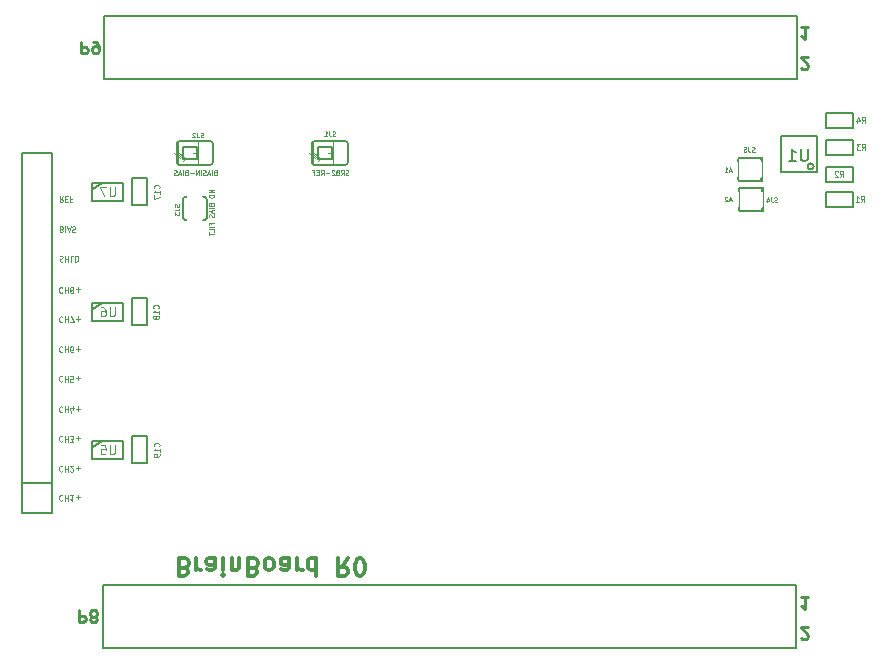
<source format=gbo>
G04 (created by PCBNEW (2013-05-31 BZR 4019)-stable) date 7/22/2013 11:29:18 AM*
%MOIN*%
G04 Gerber Fmt 3.4, Leading zero omitted, Abs format*
%FSLAX34Y34*%
G01*
G70*
G90*
G04 APERTURE LIST*
%ADD10C,0.00590551*%
%ADD11C,0.0045*%
%ADD12C,0.00787402*%
%ADD13C,0.00976378*%
%ADD14C,0.011811*%
%ADD15C,0.0026*%
%ADD16C,0.008*%
%ADD17C,0.006*%
%ADD18C,0.005*%
%ADD19C,0.0035*%
%ADD20C,0.000175*%
%ADD21C,0.0025*%
%ADD22C,0.003*%
G04 APERTURE END LIST*
G54D10*
G54D11*
X-25942Y-6048D02*
X-25917Y-6039D01*
X-25908Y-6029D01*
X-25900Y-6010D01*
X-25900Y-5982D01*
X-25908Y-5963D01*
X-25917Y-5953D01*
X-25934Y-5944D01*
X-26002Y-5944D01*
X-26002Y-6144D01*
X-25942Y-6144D01*
X-25925Y-6134D01*
X-25917Y-6125D01*
X-25908Y-6105D01*
X-25908Y-6086D01*
X-25917Y-6067D01*
X-25925Y-6058D01*
X-25942Y-6048D01*
X-26002Y-6048D01*
X-25822Y-5944D02*
X-25822Y-6144D01*
X-25745Y-6001D02*
X-25660Y-6001D01*
X-25762Y-5944D02*
X-25702Y-6144D01*
X-25642Y-5944D01*
X-25591Y-5953D02*
X-25565Y-5944D01*
X-25522Y-5944D01*
X-25505Y-5953D01*
X-25497Y-5963D01*
X-25488Y-5982D01*
X-25488Y-6001D01*
X-25497Y-6020D01*
X-25505Y-6029D01*
X-25522Y-6039D01*
X-25557Y-6048D01*
X-25574Y-6058D01*
X-25582Y-6067D01*
X-25591Y-6086D01*
X-25591Y-6105D01*
X-25582Y-6125D01*
X-25574Y-6134D01*
X-25557Y-6144D01*
X-25514Y-6144D01*
X-25488Y-6134D01*
X-26008Y-6928D02*
X-25982Y-6919D01*
X-25940Y-6919D01*
X-25922Y-6928D01*
X-25914Y-6938D01*
X-25905Y-6957D01*
X-25905Y-6976D01*
X-25914Y-6995D01*
X-25922Y-7004D01*
X-25940Y-7014D01*
X-25974Y-7023D01*
X-25991Y-7033D01*
X-26000Y-7042D01*
X-26008Y-7061D01*
X-26008Y-7080D01*
X-26000Y-7100D01*
X-25991Y-7109D01*
X-25974Y-7119D01*
X-25931Y-7119D01*
X-25905Y-7109D01*
X-25828Y-6919D02*
X-25828Y-7119D01*
X-25828Y-7023D02*
X-25725Y-7023D01*
X-25725Y-6919D02*
X-25725Y-7119D01*
X-25554Y-6919D02*
X-25640Y-6919D01*
X-25640Y-7119D01*
X-25494Y-6919D02*
X-25494Y-7119D01*
X-25451Y-7119D01*
X-25425Y-7109D01*
X-25408Y-7090D01*
X-25400Y-7071D01*
X-25391Y-7033D01*
X-25391Y-7004D01*
X-25400Y-6966D01*
X-25408Y-6947D01*
X-25425Y-6928D01*
X-25451Y-6919D01*
X-25494Y-6919D01*
X-25910Y-7988D02*
X-25919Y-7978D01*
X-25944Y-7969D01*
X-25962Y-7969D01*
X-25987Y-7978D01*
X-26004Y-7997D01*
X-26013Y-8016D01*
X-26022Y-8054D01*
X-26022Y-8083D01*
X-26013Y-8121D01*
X-26004Y-8140D01*
X-25987Y-8159D01*
X-25962Y-8169D01*
X-25944Y-8169D01*
X-25919Y-8159D01*
X-25910Y-8150D01*
X-25833Y-7969D02*
X-25833Y-8169D01*
X-25833Y-8073D02*
X-25730Y-8073D01*
X-25730Y-7969D02*
X-25730Y-8169D01*
X-25619Y-8083D02*
X-25636Y-8092D01*
X-25645Y-8102D01*
X-25653Y-8121D01*
X-25653Y-8130D01*
X-25645Y-8150D01*
X-25636Y-8159D01*
X-25619Y-8169D01*
X-25585Y-8169D01*
X-25567Y-8159D01*
X-25559Y-8150D01*
X-25550Y-8130D01*
X-25550Y-8121D01*
X-25559Y-8102D01*
X-25567Y-8092D01*
X-25585Y-8083D01*
X-25619Y-8083D01*
X-25636Y-8073D01*
X-25645Y-8064D01*
X-25653Y-8045D01*
X-25653Y-8007D01*
X-25645Y-7988D01*
X-25636Y-7978D01*
X-25619Y-7969D01*
X-25585Y-7969D01*
X-25567Y-7978D01*
X-25559Y-7988D01*
X-25550Y-8007D01*
X-25550Y-8045D01*
X-25559Y-8064D01*
X-25567Y-8073D01*
X-25585Y-8083D01*
X-25473Y-8045D02*
X-25336Y-8045D01*
X-25404Y-7969D02*
X-25404Y-8121D01*
X-25910Y-8963D02*
X-25919Y-8953D01*
X-25944Y-8944D01*
X-25962Y-8944D01*
X-25987Y-8953D01*
X-26004Y-8972D01*
X-26013Y-8991D01*
X-26022Y-9029D01*
X-26022Y-9058D01*
X-26013Y-9096D01*
X-26004Y-9115D01*
X-25987Y-9134D01*
X-25962Y-9144D01*
X-25944Y-9144D01*
X-25919Y-9134D01*
X-25910Y-9125D01*
X-25833Y-8944D02*
X-25833Y-9144D01*
X-25833Y-9048D02*
X-25730Y-9048D01*
X-25730Y-8944D02*
X-25730Y-9144D01*
X-25662Y-9144D02*
X-25542Y-9144D01*
X-25619Y-8944D01*
X-25473Y-9020D02*
X-25336Y-9020D01*
X-25404Y-8944D02*
X-25404Y-9096D01*
X-25910Y-10938D02*
X-25919Y-10928D01*
X-25944Y-10919D01*
X-25962Y-10919D01*
X-25987Y-10928D01*
X-26004Y-10947D01*
X-26013Y-10966D01*
X-26022Y-11004D01*
X-26022Y-11033D01*
X-26013Y-11071D01*
X-26004Y-11090D01*
X-25987Y-11109D01*
X-25962Y-11119D01*
X-25944Y-11119D01*
X-25919Y-11109D01*
X-25910Y-11100D01*
X-25833Y-10919D02*
X-25833Y-11119D01*
X-25833Y-11023D02*
X-25730Y-11023D01*
X-25730Y-10919D02*
X-25730Y-11119D01*
X-25559Y-11119D02*
X-25645Y-11119D01*
X-25653Y-11023D01*
X-25645Y-11033D01*
X-25627Y-11042D01*
X-25585Y-11042D01*
X-25567Y-11033D01*
X-25559Y-11023D01*
X-25550Y-11004D01*
X-25550Y-10957D01*
X-25559Y-10938D01*
X-25567Y-10928D01*
X-25585Y-10919D01*
X-25627Y-10919D01*
X-25645Y-10928D01*
X-25653Y-10938D01*
X-25473Y-10995D02*
X-25336Y-10995D01*
X-25404Y-10919D02*
X-25404Y-11071D01*
X-25910Y-9963D02*
X-25919Y-9953D01*
X-25944Y-9944D01*
X-25962Y-9944D01*
X-25987Y-9953D01*
X-26004Y-9972D01*
X-26013Y-9991D01*
X-26022Y-10029D01*
X-26022Y-10058D01*
X-26013Y-10096D01*
X-26004Y-10115D01*
X-25987Y-10134D01*
X-25962Y-10144D01*
X-25944Y-10144D01*
X-25919Y-10134D01*
X-25910Y-10125D01*
X-25833Y-9944D02*
X-25833Y-10144D01*
X-25833Y-10048D02*
X-25730Y-10048D01*
X-25730Y-9944D02*
X-25730Y-10144D01*
X-25567Y-10144D02*
X-25602Y-10144D01*
X-25619Y-10134D01*
X-25627Y-10125D01*
X-25645Y-10096D01*
X-25653Y-10058D01*
X-25653Y-9982D01*
X-25645Y-9963D01*
X-25636Y-9953D01*
X-25619Y-9944D01*
X-25585Y-9944D01*
X-25567Y-9953D01*
X-25559Y-9963D01*
X-25550Y-9982D01*
X-25550Y-10029D01*
X-25559Y-10048D01*
X-25567Y-10058D01*
X-25585Y-10067D01*
X-25619Y-10067D01*
X-25636Y-10058D01*
X-25645Y-10048D01*
X-25653Y-10029D01*
X-25473Y-10020D02*
X-25336Y-10020D01*
X-25404Y-9944D02*
X-25404Y-10096D01*
X-25910Y-13938D02*
X-25919Y-13928D01*
X-25944Y-13919D01*
X-25962Y-13919D01*
X-25987Y-13928D01*
X-26004Y-13947D01*
X-26013Y-13966D01*
X-26022Y-14004D01*
X-26022Y-14033D01*
X-26013Y-14071D01*
X-26004Y-14090D01*
X-25987Y-14109D01*
X-25962Y-14119D01*
X-25944Y-14119D01*
X-25919Y-14109D01*
X-25910Y-14100D01*
X-25833Y-13919D02*
X-25833Y-14119D01*
X-25833Y-14023D02*
X-25730Y-14023D01*
X-25730Y-13919D02*
X-25730Y-14119D01*
X-25653Y-14100D02*
X-25645Y-14109D01*
X-25627Y-14119D01*
X-25585Y-14119D01*
X-25567Y-14109D01*
X-25559Y-14100D01*
X-25550Y-14080D01*
X-25550Y-14061D01*
X-25559Y-14033D01*
X-25662Y-13919D01*
X-25550Y-13919D01*
X-25473Y-13995D02*
X-25336Y-13995D01*
X-25404Y-13919D02*
X-25404Y-14071D01*
X-25910Y-14913D02*
X-25919Y-14903D01*
X-25944Y-14894D01*
X-25962Y-14894D01*
X-25987Y-14903D01*
X-26004Y-14922D01*
X-26013Y-14941D01*
X-26022Y-14979D01*
X-26022Y-15008D01*
X-26013Y-15046D01*
X-26004Y-15065D01*
X-25987Y-15084D01*
X-25962Y-15094D01*
X-25944Y-15094D01*
X-25919Y-15084D01*
X-25910Y-15075D01*
X-25833Y-14894D02*
X-25833Y-15094D01*
X-25833Y-14998D02*
X-25730Y-14998D01*
X-25730Y-14894D02*
X-25730Y-15094D01*
X-25550Y-14894D02*
X-25653Y-14894D01*
X-25602Y-14894D02*
X-25602Y-15094D01*
X-25619Y-15065D01*
X-25636Y-15046D01*
X-25653Y-15036D01*
X-25473Y-14970D02*
X-25336Y-14970D01*
X-25404Y-14894D02*
X-25404Y-15046D01*
X-25910Y-12938D02*
X-25919Y-12928D01*
X-25944Y-12919D01*
X-25962Y-12919D01*
X-25987Y-12928D01*
X-26004Y-12947D01*
X-26013Y-12966D01*
X-26022Y-13004D01*
X-26022Y-13033D01*
X-26013Y-13071D01*
X-26004Y-13090D01*
X-25987Y-13109D01*
X-25962Y-13119D01*
X-25944Y-13119D01*
X-25919Y-13109D01*
X-25910Y-13100D01*
X-25833Y-12919D02*
X-25833Y-13119D01*
X-25833Y-13023D02*
X-25730Y-13023D01*
X-25730Y-12919D02*
X-25730Y-13119D01*
X-25662Y-13119D02*
X-25550Y-13119D01*
X-25610Y-13042D01*
X-25585Y-13042D01*
X-25567Y-13033D01*
X-25559Y-13023D01*
X-25550Y-13004D01*
X-25550Y-12957D01*
X-25559Y-12938D01*
X-25567Y-12928D01*
X-25585Y-12919D01*
X-25636Y-12919D01*
X-25653Y-12928D01*
X-25662Y-12938D01*
X-25473Y-12995D02*
X-25336Y-12995D01*
X-25404Y-12919D02*
X-25404Y-13071D01*
X-25910Y-11963D02*
X-25919Y-11953D01*
X-25944Y-11944D01*
X-25962Y-11944D01*
X-25987Y-11953D01*
X-26004Y-11972D01*
X-26013Y-11991D01*
X-26022Y-12029D01*
X-26022Y-12058D01*
X-26013Y-12096D01*
X-26004Y-12115D01*
X-25987Y-12134D01*
X-25962Y-12144D01*
X-25944Y-12144D01*
X-25919Y-12134D01*
X-25910Y-12125D01*
X-25833Y-11944D02*
X-25833Y-12144D01*
X-25833Y-12048D02*
X-25730Y-12048D01*
X-25730Y-11944D02*
X-25730Y-12144D01*
X-25567Y-12077D02*
X-25567Y-11944D01*
X-25610Y-12153D02*
X-25653Y-12010D01*
X-25542Y-12010D01*
X-25473Y-12020D02*
X-25336Y-12020D01*
X-25404Y-11944D02*
X-25404Y-12096D01*
X-25902Y-4944D02*
X-25962Y-5039D01*
X-26005Y-4944D02*
X-26005Y-5144D01*
X-25937Y-5144D01*
X-25920Y-5134D01*
X-25911Y-5125D01*
X-25902Y-5105D01*
X-25902Y-5077D01*
X-25911Y-5058D01*
X-25920Y-5048D01*
X-25937Y-5039D01*
X-26005Y-5039D01*
X-25825Y-5048D02*
X-25765Y-5048D01*
X-25740Y-4944D02*
X-25825Y-4944D01*
X-25825Y-5144D01*
X-25740Y-5144D01*
X-25602Y-5048D02*
X-25662Y-5048D01*
X-25662Y-4944D02*
X-25662Y-5144D01*
X-25577Y-5144D01*
G54D12*
X-26250Y-3500D02*
X-26250Y-14500D01*
X-27250Y-3500D02*
X-26250Y-3500D01*
X-27250Y-14500D02*
X-27250Y-3500D01*
X-27250Y-14500D02*
X-27250Y-15500D01*
X-26250Y-14500D02*
X-27250Y-14500D01*
X-26250Y-15500D02*
X-26250Y-14500D01*
X-27250Y-15500D02*
X-26250Y-15500D01*
G54D13*
X-1063Y-18316D02*
X-1286Y-18316D01*
X-1175Y-18316D02*
X-1175Y-18707D01*
X-1212Y-18651D01*
X-1249Y-18614D01*
X-1286Y-18595D01*
X-1286Y-19670D02*
X-1267Y-19688D01*
X-1230Y-19707D01*
X-1137Y-19707D01*
X-1100Y-19688D01*
X-1082Y-19670D01*
X-1063Y-19633D01*
X-1063Y-19595D01*
X-1082Y-19540D01*
X-1305Y-19316D01*
X-1063Y-19316D01*
X-1286Y-670D02*
X-1267Y-688D01*
X-1230Y-707D01*
X-1137Y-707D01*
X-1100Y-688D01*
X-1082Y-670D01*
X-1063Y-633D01*
X-1063Y-595D01*
X-1082Y-540D01*
X-1305Y-316D01*
X-1063Y-316D01*
X-1063Y683D02*
X-1286Y683D01*
X-1175Y683D02*
X-1175Y292D01*
X-1212Y348D01*
X-1249Y385D01*
X-1286Y404D01*
X-25288Y208D02*
X-25288Y-182D01*
X-25139Y-182D01*
X-25102Y-163D01*
X-25083Y-145D01*
X-25065Y-108D01*
X-25065Y-52D01*
X-25083Y-15D01*
X-25102Y3D01*
X-25139Y22D01*
X-25288Y22D01*
X-24879Y208D02*
X-24804Y208D01*
X-24767Y189D01*
X-24748Y170D01*
X-24711Y115D01*
X-24693Y40D01*
X-24693Y-108D01*
X-24711Y-145D01*
X-24730Y-163D01*
X-24767Y-182D01*
X-24841Y-182D01*
X-24879Y-163D01*
X-24897Y-145D01*
X-24916Y-108D01*
X-24916Y-15D01*
X-24897Y22D01*
X-24879Y40D01*
X-24841Y59D01*
X-24767Y59D01*
X-24730Y40D01*
X-24711Y22D01*
X-24693Y-15D01*
X-25363Y-18741D02*
X-25363Y-19132D01*
X-25214Y-19132D01*
X-25177Y-19113D01*
X-25158Y-19095D01*
X-25140Y-19058D01*
X-25140Y-19002D01*
X-25158Y-18965D01*
X-25177Y-18946D01*
X-25214Y-18927D01*
X-25363Y-18927D01*
X-24916Y-18965D02*
X-24954Y-18983D01*
X-24972Y-19002D01*
X-24991Y-19039D01*
X-24991Y-19058D01*
X-24972Y-19095D01*
X-24954Y-19113D01*
X-24916Y-19132D01*
X-24842Y-19132D01*
X-24805Y-19113D01*
X-24786Y-19095D01*
X-24768Y-19058D01*
X-24768Y-19039D01*
X-24786Y-19002D01*
X-24805Y-18983D01*
X-24842Y-18965D01*
X-24916Y-18965D01*
X-24954Y-18946D01*
X-24972Y-18927D01*
X-24991Y-18890D01*
X-24991Y-18816D01*
X-24972Y-18779D01*
X-24954Y-18760D01*
X-24916Y-18741D01*
X-24842Y-18741D01*
X-24805Y-18760D01*
X-24786Y-18779D01*
X-24768Y-18816D01*
X-24768Y-18890D01*
X-24786Y-18927D01*
X-24805Y-18946D01*
X-24842Y-18965D01*
G54D12*
X-24550Y-17900D02*
X-1450Y-17900D01*
X-24550Y-20000D02*
X-24550Y-17900D01*
X-1450Y-20000D02*
X-24550Y-20000D01*
X-1450Y-17900D02*
X-1450Y-20000D01*
X-24525Y1050D02*
X-1425Y1050D01*
X-24525Y-1050D02*
X-24525Y1050D01*
X-1425Y-1050D02*
X-24525Y-1050D01*
X-1425Y1050D02*
X-1425Y-1050D01*
G54D14*
X-21846Y-17320D02*
X-21762Y-17292D01*
X-21734Y-17264D01*
X-21705Y-17207D01*
X-21705Y-17123D01*
X-21734Y-17067D01*
X-21762Y-17039D01*
X-21818Y-17010D01*
X-22043Y-17010D01*
X-22043Y-17601D01*
X-21846Y-17601D01*
X-21790Y-17573D01*
X-21762Y-17545D01*
X-21734Y-17489D01*
X-21734Y-17432D01*
X-21762Y-17376D01*
X-21790Y-17348D01*
X-21846Y-17320D01*
X-22043Y-17320D01*
X-21452Y-17010D02*
X-21452Y-17404D01*
X-21452Y-17292D02*
X-21424Y-17348D01*
X-21396Y-17376D01*
X-21340Y-17404D01*
X-21284Y-17404D01*
X-20834Y-17010D02*
X-20834Y-17320D01*
X-20862Y-17376D01*
X-20918Y-17404D01*
X-21030Y-17404D01*
X-21087Y-17376D01*
X-20834Y-17039D02*
X-20890Y-17010D01*
X-21030Y-17010D01*
X-21087Y-17039D01*
X-21115Y-17095D01*
X-21115Y-17151D01*
X-21087Y-17207D01*
X-21030Y-17235D01*
X-20890Y-17235D01*
X-20834Y-17264D01*
X-20552Y-17010D02*
X-20552Y-17404D01*
X-20552Y-17601D02*
X-20581Y-17573D01*
X-20552Y-17545D01*
X-20524Y-17573D01*
X-20552Y-17601D01*
X-20552Y-17545D01*
X-20271Y-17404D02*
X-20271Y-17010D01*
X-20271Y-17348D02*
X-20243Y-17376D01*
X-20187Y-17404D01*
X-20102Y-17404D01*
X-20046Y-17376D01*
X-20018Y-17320D01*
X-20018Y-17010D01*
X-19540Y-17320D02*
X-19456Y-17292D01*
X-19428Y-17264D01*
X-19399Y-17207D01*
X-19399Y-17123D01*
X-19428Y-17067D01*
X-19456Y-17039D01*
X-19512Y-17010D01*
X-19737Y-17010D01*
X-19737Y-17601D01*
X-19540Y-17601D01*
X-19484Y-17573D01*
X-19456Y-17545D01*
X-19428Y-17489D01*
X-19428Y-17432D01*
X-19456Y-17376D01*
X-19484Y-17348D01*
X-19540Y-17320D01*
X-19737Y-17320D01*
X-19062Y-17010D02*
X-19118Y-17039D01*
X-19146Y-17067D01*
X-19174Y-17123D01*
X-19174Y-17292D01*
X-19146Y-17348D01*
X-19118Y-17376D01*
X-19062Y-17404D01*
X-18978Y-17404D01*
X-18921Y-17376D01*
X-18893Y-17348D01*
X-18865Y-17292D01*
X-18865Y-17123D01*
X-18893Y-17067D01*
X-18921Y-17039D01*
X-18978Y-17010D01*
X-19062Y-17010D01*
X-18359Y-17010D02*
X-18359Y-17320D01*
X-18387Y-17376D01*
X-18443Y-17404D01*
X-18556Y-17404D01*
X-18612Y-17376D01*
X-18359Y-17039D02*
X-18415Y-17010D01*
X-18556Y-17010D01*
X-18612Y-17039D01*
X-18640Y-17095D01*
X-18640Y-17151D01*
X-18612Y-17207D01*
X-18556Y-17235D01*
X-18415Y-17235D01*
X-18359Y-17264D01*
X-18078Y-17010D02*
X-18078Y-17404D01*
X-18078Y-17292D02*
X-18050Y-17348D01*
X-18021Y-17376D01*
X-17965Y-17404D01*
X-17909Y-17404D01*
X-17459Y-17010D02*
X-17459Y-17601D01*
X-17459Y-17039D02*
X-17515Y-17010D01*
X-17628Y-17010D01*
X-17684Y-17039D01*
X-17712Y-17067D01*
X-17740Y-17123D01*
X-17740Y-17292D01*
X-17712Y-17348D01*
X-17684Y-17376D01*
X-17628Y-17404D01*
X-17515Y-17404D01*
X-17459Y-17376D01*
X-16390Y-17010D02*
X-16587Y-17292D01*
X-16728Y-17010D02*
X-16728Y-17601D01*
X-16503Y-17601D01*
X-16447Y-17573D01*
X-16419Y-17545D01*
X-16390Y-17489D01*
X-16390Y-17404D01*
X-16419Y-17348D01*
X-16447Y-17320D01*
X-16503Y-17292D01*
X-16728Y-17292D01*
X-16025Y-17601D02*
X-15969Y-17601D01*
X-15912Y-17573D01*
X-15884Y-17545D01*
X-15856Y-17489D01*
X-15828Y-17376D01*
X-15828Y-17235D01*
X-15856Y-17123D01*
X-15884Y-17067D01*
X-15912Y-17039D01*
X-15969Y-17010D01*
X-16025Y-17010D01*
X-16081Y-17039D01*
X-16109Y-17067D01*
X-16137Y-17123D01*
X-16165Y-17235D01*
X-16165Y-17376D01*
X-16137Y-17489D01*
X-16109Y-17545D01*
X-16081Y-17573D01*
X-16025Y-17601D01*
G54D15*
X-2575Y-5450D02*
X-3375Y-5450D01*
X-3375Y-5450D02*
X-3375Y-4650D01*
X-2575Y-4650D02*
X-3375Y-4650D01*
X-2575Y-5450D02*
X-2575Y-4650D01*
G54D16*
X-3289Y-5443D02*
X-2661Y-5443D01*
X-2661Y-4657D02*
X-3289Y-4657D01*
X-3367Y-4774D02*
G75*
G02X-3289Y-4657I97J19D01*
G74*
G01*
X-2660Y-4656D02*
G75*
G02X-2581Y-4774I-19J-98D01*
G74*
G01*
X-2582Y-5325D02*
G75*
G02X-2660Y-5442I-97J-19D01*
G74*
G01*
X-3289Y-5443D02*
G75*
G02X-3368Y-5325I19J98D01*
G74*
G01*
G54D15*
X-2600Y-4450D02*
X-3400Y-4450D01*
X-3400Y-4450D02*
X-3400Y-3650D01*
X-2600Y-3650D02*
X-3400Y-3650D01*
X-2600Y-4450D02*
X-2600Y-3650D01*
G54D16*
X-3314Y-4443D02*
X-2686Y-4443D01*
X-2686Y-3657D02*
X-3314Y-3657D01*
X-3392Y-3774D02*
G75*
G02X-3314Y-3657I97J19D01*
G74*
G01*
X-2685Y-3656D02*
G75*
G02X-2606Y-3774I-19J-98D01*
G74*
G01*
X-2607Y-4325D02*
G75*
G02X-2685Y-4442I-97J-19D01*
G74*
G01*
X-3314Y-4443D02*
G75*
G02X-3393Y-4325I19J98D01*
G74*
G01*
G54D15*
X-21390Y-3900D02*
X-22060Y-3900D01*
X-22060Y-3900D02*
X-22060Y-3110D01*
X-21390Y-3110D02*
X-22060Y-3110D01*
X-21390Y-3900D02*
X-21390Y-3110D01*
G54D17*
X-22000Y-3900D02*
X-21000Y-3900D01*
X-22100Y-3800D02*
X-22100Y-3200D01*
X-20900Y-3800D02*
X-20900Y-3200D01*
X-21000Y-3100D02*
X-22000Y-3100D01*
G54D18*
X-21900Y-3300D02*
X-21425Y-3300D01*
X-21425Y-3300D02*
X-21425Y-3700D01*
X-21425Y-3700D02*
X-21900Y-3700D01*
X-21900Y-3700D02*
X-21900Y-3300D01*
G54D17*
X-22100Y-3200D02*
G75*
G02X-22000Y-3100I100J0D01*
G74*
G01*
X-21000Y-3100D02*
G75*
G02X-20900Y-3200I0J-100D01*
G74*
G01*
X-20900Y-3800D02*
G75*
G02X-21000Y-3900I-100J0D01*
G74*
G01*
X-22000Y-3900D02*
G75*
G02X-22100Y-3800I0J100D01*
G74*
G01*
G54D15*
X-16890Y-3900D02*
X-17560Y-3900D01*
X-17560Y-3900D02*
X-17560Y-3110D01*
X-16890Y-3110D02*
X-17560Y-3110D01*
X-16890Y-3900D02*
X-16890Y-3110D01*
G54D17*
X-17500Y-3900D02*
X-16500Y-3900D01*
X-17600Y-3800D02*
X-17600Y-3200D01*
X-16400Y-3800D02*
X-16400Y-3200D01*
X-16500Y-3100D02*
X-17500Y-3100D01*
G54D18*
X-17400Y-3300D02*
X-16925Y-3300D01*
X-16925Y-3300D02*
X-16925Y-3700D01*
X-16925Y-3700D02*
X-17400Y-3700D01*
X-17400Y-3700D02*
X-17400Y-3300D01*
G54D17*
X-17600Y-3200D02*
G75*
G02X-17500Y-3100I100J0D01*
G74*
G01*
X-16500Y-3100D02*
G75*
G02X-16400Y-3200I0J-100D01*
G74*
G01*
X-16400Y-3800D02*
G75*
G02X-16500Y-3900I-100J0D01*
G74*
G01*
X-17500Y-3900D02*
G75*
G02X-17600Y-3800I0J100D01*
G74*
G01*
X-875Y-3950D02*
G75*
G03X-875Y-3950I-100J0D01*
G74*
G01*
X-1975Y-4150D02*
X-775Y-4150D01*
X-775Y-4150D02*
X-775Y-2950D01*
X-775Y-2950D02*
X-1975Y-2950D01*
X-1975Y-2950D02*
X-1975Y-4150D01*
G54D16*
X-21107Y-5664D02*
X-21107Y-5036D01*
X-21893Y-5036D02*
X-21893Y-5664D01*
X-21775Y-5742D02*
G75*
G02X-21892Y-5664I-19J97D01*
G74*
G01*
X-21893Y-5035D02*
G75*
G02X-21775Y-4956I98J-19D01*
G74*
G01*
X-21224Y-4957D02*
G75*
G02X-21107Y-5035I19J-97D01*
G74*
G01*
X-21106Y-5664D02*
G75*
G02X-21224Y-5743I-98J19D01*
G74*
G01*
G54D18*
X-23100Y-5250D02*
X-23100Y-4350D01*
X-23100Y-4350D02*
X-23600Y-4350D01*
X-23600Y-4350D02*
X-23600Y-5250D01*
X-23600Y-5250D02*
X-23100Y-5250D01*
X-23100Y-13850D02*
X-23100Y-12950D01*
X-23100Y-12950D02*
X-23600Y-12950D01*
X-23600Y-12950D02*
X-23600Y-13850D01*
X-23600Y-13850D02*
X-23100Y-13850D01*
X-23100Y-9250D02*
X-23100Y-8350D01*
X-23100Y-8350D02*
X-23600Y-8350D01*
X-23600Y-8350D02*
X-23600Y-9250D01*
X-23600Y-9250D02*
X-23100Y-9250D01*
X425Y-2175D02*
X-475Y-2175D01*
X-475Y-2175D02*
X-475Y-2675D01*
X-475Y-2675D02*
X425Y-2675D01*
X425Y-2675D02*
X425Y-2175D01*
X425Y-3975D02*
X-475Y-3975D01*
X-475Y-3975D02*
X-475Y-4475D01*
X-475Y-4475D02*
X425Y-4475D01*
X425Y-4475D02*
X425Y-3975D01*
X425Y-3075D02*
X-475Y-3075D01*
X-475Y-3075D02*
X-475Y-3575D01*
X-475Y-3575D02*
X425Y-3575D01*
X425Y-3575D02*
X425Y-3075D01*
X425Y-4800D02*
X-475Y-4800D01*
X-475Y-4800D02*
X-475Y-5300D01*
X-475Y-5300D02*
X425Y-5300D01*
X425Y-5300D02*
X425Y-4800D01*
X-24600Y-8500D02*
X-24900Y-8700D01*
X-23900Y-8500D02*
X-24925Y-8500D01*
X-24925Y-8500D02*
X-24925Y-9100D01*
X-24925Y-9100D02*
X-23900Y-9100D01*
X-23900Y-9100D02*
X-23900Y-8500D01*
X-24600Y-4500D02*
X-24900Y-4700D01*
X-23900Y-4500D02*
X-24925Y-4500D01*
X-24925Y-4500D02*
X-24925Y-5100D01*
X-24925Y-5100D02*
X-23900Y-5100D01*
X-23900Y-5100D02*
X-23900Y-4500D01*
X-24600Y-13100D02*
X-24900Y-13300D01*
X-23900Y-13100D02*
X-24925Y-13100D01*
X-24925Y-13100D02*
X-24925Y-13700D01*
X-24925Y-13700D02*
X-23900Y-13700D01*
X-23900Y-13700D02*
X-23900Y-13100D01*
G54D19*
X-2092Y-5132D02*
X-2115Y-5139D01*
X-2153Y-5139D01*
X-2168Y-5132D01*
X-2175Y-5124D01*
X-2183Y-5109D01*
X-2183Y-5094D01*
X-2175Y-5078D01*
X-2168Y-5071D01*
X-2153Y-5063D01*
X-2122Y-5055D01*
X-2107Y-5048D01*
X-2099Y-5040D01*
X-2092Y-5025D01*
X-2092Y-5010D01*
X-2099Y-4995D01*
X-2107Y-4987D01*
X-2122Y-4979D01*
X-2160Y-4979D01*
X-2183Y-4987D01*
X-2297Y-4979D02*
X-2297Y-5094D01*
X-2290Y-5116D01*
X-2275Y-5132D01*
X-2252Y-5139D01*
X-2236Y-5139D01*
X-2442Y-5033D02*
X-2442Y-5139D01*
X-2404Y-4972D02*
X-2366Y-5086D01*
X-2465Y-5086D01*
X-3610Y-5069D02*
X-3686Y-5069D01*
X-3595Y-5114D02*
X-3648Y-4954D01*
X-3702Y-5114D01*
X-3747Y-4970D02*
X-3755Y-4962D01*
X-3770Y-4954D01*
X-3808Y-4954D01*
X-3824Y-4962D01*
X-3831Y-4970D01*
X-3839Y-4985D01*
X-3839Y-5000D01*
X-3831Y-5023D01*
X-3740Y-5114D01*
X-3839Y-5114D01*
X-2842Y-3457D02*
X-2865Y-3464D01*
X-2903Y-3464D01*
X-2918Y-3457D01*
X-2925Y-3449D01*
X-2933Y-3434D01*
X-2933Y-3419D01*
X-2925Y-3403D01*
X-2918Y-3396D01*
X-2903Y-3388D01*
X-2872Y-3380D01*
X-2857Y-3373D01*
X-2849Y-3365D01*
X-2842Y-3350D01*
X-2842Y-3335D01*
X-2849Y-3320D01*
X-2857Y-3312D01*
X-2872Y-3304D01*
X-2910Y-3304D01*
X-2933Y-3312D01*
X-3047Y-3304D02*
X-3047Y-3419D01*
X-3040Y-3441D01*
X-3025Y-3457D01*
X-3002Y-3464D01*
X-2986Y-3464D01*
X-3200Y-3304D02*
X-3124Y-3304D01*
X-3116Y-3380D01*
X-3124Y-3373D01*
X-3139Y-3365D01*
X-3177Y-3365D01*
X-3192Y-3373D01*
X-3200Y-3380D01*
X-3207Y-3396D01*
X-3207Y-3434D01*
X-3200Y-3449D01*
X-3192Y-3457D01*
X-3177Y-3464D01*
X-3139Y-3464D01*
X-3124Y-3457D01*
X-3116Y-3449D01*
X-3610Y-4094D02*
X-3686Y-4094D01*
X-3595Y-4139D02*
X-3648Y-3979D01*
X-3702Y-4139D01*
X-3839Y-4139D02*
X-3747Y-4139D01*
X-3793Y-4139D02*
X-3793Y-3979D01*
X-3778Y-4002D01*
X-3763Y-4017D01*
X-3747Y-4025D01*
X-21217Y-2977D02*
X-21240Y-2984D01*
X-21278Y-2984D01*
X-21293Y-2977D01*
X-21300Y-2969D01*
X-21308Y-2954D01*
X-21308Y-2939D01*
X-21300Y-2923D01*
X-21293Y-2916D01*
X-21278Y-2908D01*
X-21247Y-2900D01*
X-21232Y-2893D01*
X-21224Y-2885D01*
X-21217Y-2870D01*
X-21217Y-2855D01*
X-21224Y-2840D01*
X-21232Y-2832D01*
X-21247Y-2824D01*
X-21285Y-2824D01*
X-21308Y-2832D01*
X-21422Y-2824D02*
X-21422Y-2939D01*
X-21415Y-2961D01*
X-21400Y-2977D01*
X-21377Y-2984D01*
X-21361Y-2984D01*
X-21491Y-2840D02*
X-21499Y-2832D01*
X-21514Y-2824D01*
X-21552Y-2824D01*
X-21567Y-2832D01*
X-21575Y-2840D01*
X-21582Y-2855D01*
X-21582Y-2870D01*
X-21575Y-2893D01*
X-21483Y-2984D01*
X-21582Y-2984D01*
G54D20*
X-21403Y-3499D02*
X-21404Y-3499D01*
X-21405Y-3499D01*
X-21406Y-3499D01*
X-21406Y-3499D01*
X-21407Y-3498D01*
X-21407Y-3497D01*
X-21406Y-3497D01*
X-21406Y-3496D01*
X-21405Y-3496D01*
X-21404Y-3496D01*
X-21403Y-3495D01*
X-21403Y-3495D01*
X-21403Y-3494D01*
X-21403Y-3494D01*
X-21403Y-3493D01*
X-21403Y-3493D01*
X-21404Y-3492D01*
X-21406Y-3492D01*
X-21407Y-3493D01*
X-21411Y-3492D02*
X-21412Y-3492D01*
X-21413Y-3493D01*
X-21414Y-3493D01*
X-21414Y-3495D01*
X-21414Y-3497D01*
X-21414Y-3498D01*
X-21413Y-3499D01*
X-21412Y-3499D01*
X-21411Y-3499D01*
X-21410Y-3499D01*
X-21410Y-3498D01*
X-21409Y-3497D01*
X-21409Y-3495D01*
X-21410Y-3493D01*
X-21410Y-3493D01*
X-21411Y-3492D01*
X-21420Y-3499D02*
X-21417Y-3499D01*
X-21417Y-3492D01*
X-21423Y-3499D02*
X-21423Y-3492D01*
X-21424Y-3492D01*
X-21425Y-3493D01*
X-21426Y-3493D01*
X-21426Y-3494D01*
X-21427Y-3495D01*
X-21427Y-3496D01*
X-21426Y-3498D01*
X-21426Y-3498D01*
X-21425Y-3499D01*
X-21424Y-3499D01*
X-21423Y-3499D01*
X-21430Y-3496D02*
X-21432Y-3496D01*
X-21433Y-3499D02*
X-21430Y-3499D01*
X-21430Y-3492D01*
X-21433Y-3492D01*
X-21440Y-3499D02*
X-21438Y-3496D01*
X-21436Y-3499D02*
X-21436Y-3492D01*
X-21439Y-3492D01*
X-21439Y-3493D01*
X-21440Y-3493D01*
X-21440Y-3494D01*
X-21440Y-3495D01*
X-21440Y-3495D01*
X-21439Y-3496D01*
X-21439Y-3496D01*
X-21436Y-3496D01*
X-21445Y-3492D02*
X-21445Y-3497D01*
X-21445Y-3498D01*
X-21444Y-3499D01*
X-21443Y-3499D01*
X-21442Y-3499D01*
X-21448Y-3492D02*
X-21448Y-3498D01*
X-21449Y-3499D01*
X-21449Y-3499D01*
X-21450Y-3499D01*
X-21451Y-3499D01*
X-21452Y-3499D01*
X-21452Y-3499D01*
X-21452Y-3498D01*
X-21452Y-3492D01*
X-21456Y-3499D02*
X-21456Y-3492D01*
X-21458Y-3497D01*
X-21460Y-3492D01*
X-21460Y-3499D01*
X-21464Y-3499D02*
X-21464Y-3492D01*
X-21466Y-3492D01*
X-21467Y-3493D01*
X-21467Y-3493D01*
X-21468Y-3494D01*
X-21468Y-3495D01*
X-21467Y-3495D01*
X-21467Y-3496D01*
X-21466Y-3496D01*
X-21464Y-3496D01*
X-21471Y-3496D02*
X-21473Y-3496D01*
X-21474Y-3499D02*
X-21471Y-3499D01*
X-21471Y-3492D01*
X-21474Y-3492D01*
X-21481Y-3499D02*
X-21479Y-3496D01*
X-21477Y-3499D02*
X-21477Y-3492D01*
X-21480Y-3492D01*
X-21480Y-3493D01*
X-21481Y-3493D01*
X-21481Y-3494D01*
X-21481Y-3495D01*
X-21481Y-3495D01*
X-21480Y-3496D01*
X-21480Y-3496D01*
X-21477Y-3496D01*
X-21482Y-3500D02*
X-21488Y-3500D01*
X-21489Y-3493D02*
X-21489Y-3493D01*
X-21490Y-3492D01*
X-21492Y-3492D01*
X-21492Y-3493D01*
X-21493Y-3493D01*
X-21493Y-3494D01*
X-21493Y-3494D01*
X-21493Y-3495D01*
X-21489Y-3499D01*
X-21493Y-3499D01*
X-21495Y-3492D02*
X-21497Y-3499D01*
X-21498Y-3494D01*
X-21500Y-3499D01*
X-21501Y-3492D01*
X-21504Y-3497D02*
X-21507Y-3497D01*
X-21503Y-3499D02*
X-21505Y-3492D01*
X-21508Y-3499D01*
X-21511Y-3496D02*
X-21511Y-3499D01*
X-21509Y-3492D02*
X-21511Y-3496D01*
X-21514Y-3492D01*
X-21516Y-3499D02*
X-21516Y-3492D01*
X-21519Y-3492D01*
X-21519Y-3493D01*
X-21520Y-3493D01*
X-21520Y-3494D01*
X-21520Y-3495D01*
X-21520Y-3495D01*
X-21519Y-3496D01*
X-21519Y-3496D01*
X-21516Y-3496D01*
X-21523Y-3497D02*
X-21526Y-3497D01*
X-21522Y-3499D02*
X-21524Y-3492D01*
X-21527Y-3499D01*
X-21529Y-3499D02*
X-21530Y-3499D01*
X-21531Y-3499D01*
X-21532Y-3499D01*
X-21532Y-3499D01*
X-21533Y-3498D01*
X-21533Y-3497D01*
X-21532Y-3497D01*
X-21532Y-3496D01*
X-21531Y-3496D01*
X-21530Y-3496D01*
X-21529Y-3495D01*
X-21529Y-3495D01*
X-21529Y-3494D01*
X-21529Y-3494D01*
X-21529Y-3493D01*
X-21529Y-3493D01*
X-21530Y-3492D01*
X-21532Y-3492D01*
X-21533Y-3493D01*
X-21535Y-3492D02*
X-21539Y-3492D01*
X-21537Y-3499D02*
X-21537Y-3492D01*
X-21541Y-3496D02*
X-21543Y-3496D01*
X-21544Y-3499D02*
X-21541Y-3499D01*
X-21541Y-3492D01*
X-21544Y-3492D01*
X-21547Y-3493D02*
X-21547Y-3493D01*
X-21548Y-3492D01*
X-21550Y-3492D01*
X-21550Y-3493D01*
X-21551Y-3493D01*
X-21551Y-3494D01*
X-21551Y-3494D01*
X-21551Y-3495D01*
X-21547Y-3499D01*
X-21551Y-3499D01*
X-21560Y-3499D02*
X-21559Y-3499D01*
X-21559Y-3499D01*
X-21558Y-3498D01*
X-21556Y-3496D01*
X-21555Y-3495D01*
X-21555Y-3494D01*
X-21555Y-3493D01*
X-21555Y-3493D01*
X-21556Y-3492D01*
X-21556Y-3492D01*
X-21557Y-3493D01*
X-21557Y-3493D01*
X-21557Y-3494D01*
X-21557Y-3494D01*
X-21557Y-3495D01*
X-21555Y-3496D01*
X-21554Y-3496D01*
X-21554Y-3497D01*
X-21554Y-3498D01*
X-21554Y-3499D01*
X-21555Y-3499D01*
X-21555Y-3499D01*
X-21556Y-3499D01*
X-21557Y-3499D01*
X-21557Y-3499D01*
X-21558Y-3497D01*
X-21559Y-3496D01*
X-21559Y-3496D01*
X-21562Y-3492D02*
X-21566Y-3492D01*
X-21564Y-3495D01*
X-21565Y-3495D01*
X-21566Y-3495D01*
X-21566Y-3496D01*
X-21566Y-3496D01*
X-21566Y-3498D01*
X-21566Y-3499D01*
X-21566Y-3499D01*
X-21565Y-3499D01*
X-21563Y-3499D01*
X-21562Y-3499D01*
X-21562Y-3499D01*
G54D19*
X-20824Y-4150D02*
X-20847Y-4158D01*
X-20855Y-4166D01*
X-20862Y-4181D01*
X-20862Y-4204D01*
X-20855Y-4219D01*
X-20847Y-4227D01*
X-20832Y-4234D01*
X-20771Y-4234D01*
X-20771Y-4074D01*
X-20824Y-4074D01*
X-20839Y-4082D01*
X-20847Y-4090D01*
X-20855Y-4105D01*
X-20855Y-4120D01*
X-20847Y-4135D01*
X-20839Y-4143D01*
X-20824Y-4150D01*
X-20771Y-4150D01*
X-20931Y-4234D02*
X-20931Y-4074D01*
X-21000Y-4189D02*
X-21076Y-4189D01*
X-20984Y-4234D02*
X-21038Y-4074D01*
X-21091Y-4234D01*
X-21137Y-4227D02*
X-21160Y-4234D01*
X-21198Y-4234D01*
X-21213Y-4227D01*
X-21220Y-4219D01*
X-21228Y-4204D01*
X-21228Y-4189D01*
X-21220Y-4173D01*
X-21213Y-4166D01*
X-21198Y-4158D01*
X-21167Y-4150D01*
X-21152Y-4143D01*
X-21144Y-4135D01*
X-21137Y-4120D01*
X-21137Y-4105D01*
X-21144Y-4090D01*
X-21152Y-4082D01*
X-21167Y-4074D01*
X-21205Y-4074D01*
X-21228Y-4082D01*
X-21297Y-4234D02*
X-21297Y-4074D01*
X-21373Y-4234D02*
X-21373Y-4074D01*
X-21464Y-4234D01*
X-21464Y-4074D01*
X-21540Y-4173D02*
X-21662Y-4173D01*
X-21792Y-4150D02*
X-21815Y-4158D01*
X-21822Y-4166D01*
X-21830Y-4181D01*
X-21830Y-4204D01*
X-21822Y-4219D01*
X-21815Y-4227D01*
X-21800Y-4234D01*
X-21739Y-4234D01*
X-21739Y-4074D01*
X-21792Y-4074D01*
X-21807Y-4082D01*
X-21815Y-4090D01*
X-21822Y-4105D01*
X-21822Y-4120D01*
X-21815Y-4135D01*
X-21807Y-4143D01*
X-21792Y-4150D01*
X-21739Y-4150D01*
X-21899Y-4234D02*
X-21899Y-4074D01*
X-21967Y-4189D02*
X-22043Y-4189D01*
X-21952Y-4234D02*
X-22005Y-4074D01*
X-22059Y-4234D01*
X-22104Y-4227D02*
X-22127Y-4234D01*
X-22165Y-4234D01*
X-22180Y-4227D01*
X-22188Y-4219D01*
X-22196Y-4204D01*
X-22196Y-4189D01*
X-22188Y-4173D01*
X-22180Y-4166D01*
X-22165Y-4158D01*
X-22135Y-4150D01*
X-22120Y-4143D01*
X-22112Y-4135D01*
X-22104Y-4120D01*
X-22104Y-4105D01*
X-22112Y-4090D01*
X-22120Y-4082D01*
X-22135Y-4074D01*
X-22173Y-4074D01*
X-22196Y-4082D01*
G54D21*
X-21877Y-3754D02*
X-21813Y-3677D01*
X-21842Y-3653D01*
X-21853Y-3650D01*
X-21859Y-3651D01*
X-21869Y-3655D01*
X-21878Y-3666D01*
X-21881Y-3677D01*
X-21880Y-3683D01*
X-21876Y-3693D01*
X-21847Y-3718D01*
X-21932Y-3671D02*
X-21968Y-3640D01*
X-21943Y-3699D02*
X-21904Y-3601D01*
X-21994Y-3656D01*
X-22013Y-3634D02*
X-22027Y-3629D01*
X-22045Y-3613D01*
X-22049Y-3603D01*
X-22050Y-3597D01*
X-22047Y-3586D01*
X-22041Y-3579D01*
X-22032Y-3575D01*
X-22025Y-3574D01*
X-22015Y-3577D01*
X-21997Y-3585D01*
X-21986Y-3588D01*
X-21980Y-3587D01*
X-21970Y-3583D01*
X-21964Y-3576D01*
X-21961Y-3565D01*
X-21962Y-3559D01*
X-21966Y-3549D01*
X-21984Y-3534D01*
X-21998Y-3528D01*
X-22017Y-3506D02*
X-22061Y-3469D01*
X-22103Y-3564D02*
X-22039Y-3488D01*
X-22117Y-3484D02*
X-22143Y-3463D01*
X-22187Y-3494D02*
X-22151Y-3524D01*
X-22087Y-3448D01*
X-22123Y-3417D01*
G54D19*
X-16817Y-2932D02*
X-16840Y-2939D01*
X-16878Y-2939D01*
X-16893Y-2932D01*
X-16900Y-2924D01*
X-16908Y-2909D01*
X-16908Y-2894D01*
X-16900Y-2878D01*
X-16893Y-2871D01*
X-16878Y-2863D01*
X-16847Y-2855D01*
X-16832Y-2848D01*
X-16824Y-2840D01*
X-16817Y-2825D01*
X-16817Y-2810D01*
X-16824Y-2795D01*
X-16832Y-2787D01*
X-16847Y-2779D01*
X-16885Y-2779D01*
X-16908Y-2787D01*
X-17022Y-2779D02*
X-17022Y-2894D01*
X-17015Y-2916D01*
X-17000Y-2932D01*
X-16977Y-2939D01*
X-16961Y-2939D01*
X-17182Y-2939D02*
X-17091Y-2939D01*
X-17137Y-2939D02*
X-17137Y-2779D01*
X-17121Y-2802D01*
X-17106Y-2817D01*
X-17091Y-2825D01*
G54D20*
X-16903Y-3499D02*
X-16904Y-3499D01*
X-16905Y-3499D01*
X-16906Y-3499D01*
X-16906Y-3499D01*
X-16907Y-3498D01*
X-16907Y-3497D01*
X-16906Y-3497D01*
X-16906Y-3496D01*
X-16905Y-3496D01*
X-16904Y-3496D01*
X-16903Y-3495D01*
X-16903Y-3495D01*
X-16903Y-3494D01*
X-16903Y-3494D01*
X-16903Y-3493D01*
X-16903Y-3493D01*
X-16904Y-3492D01*
X-16906Y-3492D01*
X-16907Y-3493D01*
X-16911Y-3492D02*
X-16912Y-3492D01*
X-16913Y-3493D01*
X-16914Y-3493D01*
X-16914Y-3495D01*
X-16914Y-3497D01*
X-16914Y-3498D01*
X-16913Y-3499D01*
X-16912Y-3499D01*
X-16911Y-3499D01*
X-16910Y-3499D01*
X-16910Y-3498D01*
X-16909Y-3497D01*
X-16909Y-3495D01*
X-16910Y-3493D01*
X-16910Y-3493D01*
X-16911Y-3492D01*
X-16920Y-3499D02*
X-16917Y-3499D01*
X-16917Y-3492D01*
X-16923Y-3499D02*
X-16923Y-3492D01*
X-16924Y-3492D01*
X-16925Y-3493D01*
X-16926Y-3493D01*
X-16926Y-3494D01*
X-16927Y-3495D01*
X-16927Y-3496D01*
X-16926Y-3498D01*
X-16926Y-3498D01*
X-16925Y-3499D01*
X-16924Y-3499D01*
X-16923Y-3499D01*
X-16930Y-3496D02*
X-16932Y-3496D01*
X-16933Y-3499D02*
X-16930Y-3499D01*
X-16930Y-3492D01*
X-16933Y-3492D01*
X-16940Y-3499D02*
X-16938Y-3496D01*
X-16936Y-3499D02*
X-16936Y-3492D01*
X-16939Y-3492D01*
X-16939Y-3493D01*
X-16940Y-3493D01*
X-16940Y-3494D01*
X-16940Y-3495D01*
X-16940Y-3495D01*
X-16939Y-3496D01*
X-16939Y-3496D01*
X-16936Y-3496D01*
X-16945Y-3492D02*
X-16945Y-3497D01*
X-16945Y-3498D01*
X-16944Y-3499D01*
X-16943Y-3499D01*
X-16942Y-3499D01*
X-16948Y-3492D02*
X-16948Y-3498D01*
X-16949Y-3499D01*
X-16949Y-3499D01*
X-16950Y-3499D01*
X-16951Y-3499D01*
X-16952Y-3499D01*
X-16952Y-3499D01*
X-16952Y-3498D01*
X-16952Y-3492D01*
X-16956Y-3499D02*
X-16956Y-3492D01*
X-16958Y-3497D01*
X-16960Y-3492D01*
X-16960Y-3499D01*
X-16964Y-3499D02*
X-16964Y-3492D01*
X-16966Y-3492D01*
X-16967Y-3493D01*
X-16967Y-3493D01*
X-16968Y-3494D01*
X-16968Y-3495D01*
X-16967Y-3495D01*
X-16967Y-3496D01*
X-16966Y-3496D01*
X-16964Y-3496D01*
X-16971Y-3496D02*
X-16973Y-3496D01*
X-16974Y-3499D02*
X-16971Y-3499D01*
X-16971Y-3492D01*
X-16974Y-3492D01*
X-16981Y-3499D02*
X-16979Y-3496D01*
X-16977Y-3499D02*
X-16977Y-3492D01*
X-16980Y-3492D01*
X-16980Y-3493D01*
X-16981Y-3493D01*
X-16981Y-3494D01*
X-16981Y-3495D01*
X-16981Y-3495D01*
X-16980Y-3496D01*
X-16980Y-3496D01*
X-16977Y-3496D01*
X-16982Y-3500D02*
X-16988Y-3500D01*
X-16989Y-3493D02*
X-16989Y-3493D01*
X-16990Y-3492D01*
X-16992Y-3492D01*
X-16992Y-3493D01*
X-16993Y-3493D01*
X-16993Y-3494D01*
X-16993Y-3494D01*
X-16993Y-3495D01*
X-16989Y-3499D01*
X-16993Y-3499D01*
X-16995Y-3492D02*
X-16997Y-3499D01*
X-16998Y-3494D01*
X-17000Y-3499D01*
X-17001Y-3492D01*
X-17004Y-3497D02*
X-17007Y-3497D01*
X-17003Y-3499D02*
X-17005Y-3492D01*
X-17008Y-3499D01*
X-17011Y-3496D02*
X-17011Y-3499D01*
X-17009Y-3492D02*
X-17011Y-3496D01*
X-17014Y-3492D01*
X-17016Y-3499D02*
X-17016Y-3492D01*
X-17019Y-3492D01*
X-17019Y-3493D01*
X-17020Y-3493D01*
X-17020Y-3494D01*
X-17020Y-3495D01*
X-17020Y-3495D01*
X-17019Y-3496D01*
X-17019Y-3496D01*
X-17016Y-3496D01*
X-17023Y-3497D02*
X-17026Y-3497D01*
X-17022Y-3499D02*
X-17024Y-3492D01*
X-17027Y-3499D01*
X-17029Y-3499D02*
X-17030Y-3499D01*
X-17031Y-3499D01*
X-17032Y-3499D01*
X-17032Y-3499D01*
X-17033Y-3498D01*
X-17033Y-3497D01*
X-17032Y-3497D01*
X-17032Y-3496D01*
X-17031Y-3496D01*
X-17030Y-3496D01*
X-17029Y-3495D01*
X-17029Y-3495D01*
X-17029Y-3494D01*
X-17029Y-3494D01*
X-17029Y-3493D01*
X-17029Y-3493D01*
X-17030Y-3492D01*
X-17032Y-3492D01*
X-17033Y-3493D01*
X-17035Y-3492D02*
X-17039Y-3492D01*
X-17037Y-3499D02*
X-17037Y-3492D01*
X-17041Y-3496D02*
X-17043Y-3496D01*
X-17044Y-3499D02*
X-17041Y-3499D01*
X-17041Y-3492D01*
X-17044Y-3492D01*
X-17047Y-3493D02*
X-17047Y-3493D01*
X-17048Y-3492D01*
X-17050Y-3492D01*
X-17050Y-3493D01*
X-17051Y-3493D01*
X-17051Y-3494D01*
X-17051Y-3494D01*
X-17051Y-3495D01*
X-17047Y-3499D01*
X-17051Y-3499D01*
X-17060Y-3499D02*
X-17059Y-3499D01*
X-17059Y-3499D01*
X-17058Y-3498D01*
X-17056Y-3496D01*
X-17055Y-3495D01*
X-17055Y-3494D01*
X-17055Y-3493D01*
X-17055Y-3493D01*
X-17056Y-3492D01*
X-17056Y-3492D01*
X-17057Y-3493D01*
X-17057Y-3493D01*
X-17057Y-3494D01*
X-17057Y-3494D01*
X-17057Y-3495D01*
X-17055Y-3496D01*
X-17054Y-3496D01*
X-17054Y-3497D01*
X-17054Y-3498D01*
X-17054Y-3499D01*
X-17055Y-3499D01*
X-17055Y-3499D01*
X-17056Y-3499D01*
X-17057Y-3499D01*
X-17057Y-3499D01*
X-17058Y-3497D01*
X-17059Y-3496D01*
X-17059Y-3496D01*
X-17062Y-3492D02*
X-17066Y-3492D01*
X-17064Y-3495D01*
X-17065Y-3495D01*
X-17066Y-3495D01*
X-17066Y-3496D01*
X-17066Y-3496D01*
X-17066Y-3498D01*
X-17066Y-3499D01*
X-17066Y-3499D01*
X-17065Y-3499D01*
X-17063Y-3499D01*
X-17062Y-3499D01*
X-17062Y-3499D01*
G54D19*
X-16378Y-4227D02*
X-16400Y-4234D01*
X-16439Y-4234D01*
X-16454Y-4227D01*
X-16461Y-4219D01*
X-16469Y-4204D01*
X-16469Y-4189D01*
X-16461Y-4173D01*
X-16454Y-4166D01*
X-16439Y-4158D01*
X-16408Y-4150D01*
X-16393Y-4143D01*
X-16385Y-4135D01*
X-16378Y-4120D01*
X-16378Y-4105D01*
X-16385Y-4090D01*
X-16393Y-4082D01*
X-16408Y-4074D01*
X-16446Y-4074D01*
X-16469Y-4082D01*
X-16629Y-4234D02*
X-16576Y-4158D01*
X-16538Y-4234D02*
X-16538Y-4074D01*
X-16599Y-4074D01*
X-16614Y-4082D01*
X-16621Y-4090D01*
X-16629Y-4105D01*
X-16629Y-4128D01*
X-16621Y-4143D01*
X-16614Y-4150D01*
X-16599Y-4158D01*
X-16538Y-4158D01*
X-16751Y-4150D02*
X-16774Y-4158D01*
X-16781Y-4166D01*
X-16789Y-4181D01*
X-16789Y-4204D01*
X-16781Y-4219D01*
X-16774Y-4227D01*
X-16759Y-4234D01*
X-16698Y-4234D01*
X-16698Y-4074D01*
X-16751Y-4074D01*
X-16766Y-4082D01*
X-16774Y-4090D01*
X-16781Y-4105D01*
X-16781Y-4120D01*
X-16774Y-4135D01*
X-16766Y-4143D01*
X-16751Y-4150D01*
X-16698Y-4150D01*
X-16850Y-4090D02*
X-16858Y-4082D01*
X-16873Y-4074D01*
X-16911Y-4074D01*
X-16926Y-4082D01*
X-16934Y-4090D01*
X-16941Y-4105D01*
X-16941Y-4120D01*
X-16934Y-4143D01*
X-16842Y-4234D01*
X-16941Y-4234D01*
X-17010Y-4173D02*
X-17132Y-4173D01*
X-17300Y-4234D02*
X-17246Y-4158D01*
X-17208Y-4234D02*
X-17208Y-4074D01*
X-17269Y-4074D01*
X-17284Y-4082D01*
X-17292Y-4090D01*
X-17300Y-4105D01*
X-17300Y-4128D01*
X-17292Y-4143D01*
X-17284Y-4150D01*
X-17269Y-4158D01*
X-17208Y-4158D01*
X-17368Y-4150D02*
X-17421Y-4150D01*
X-17444Y-4234D02*
X-17368Y-4234D01*
X-17368Y-4074D01*
X-17444Y-4074D01*
X-17566Y-4150D02*
X-17513Y-4150D01*
X-17513Y-4234D02*
X-17513Y-4074D01*
X-17589Y-4074D01*
G54D21*
X-17377Y-3754D02*
X-17313Y-3677D01*
X-17342Y-3653D01*
X-17353Y-3650D01*
X-17359Y-3651D01*
X-17369Y-3655D01*
X-17378Y-3666D01*
X-17381Y-3677D01*
X-17380Y-3683D01*
X-17376Y-3693D01*
X-17347Y-3718D01*
X-17432Y-3671D02*
X-17468Y-3640D01*
X-17443Y-3699D02*
X-17404Y-3601D01*
X-17494Y-3656D01*
X-17513Y-3634D02*
X-17527Y-3629D01*
X-17545Y-3613D01*
X-17549Y-3603D01*
X-17550Y-3597D01*
X-17547Y-3586D01*
X-17541Y-3579D01*
X-17532Y-3575D01*
X-17525Y-3574D01*
X-17515Y-3577D01*
X-17497Y-3585D01*
X-17486Y-3588D01*
X-17480Y-3587D01*
X-17470Y-3583D01*
X-17464Y-3576D01*
X-17461Y-3565D01*
X-17462Y-3559D01*
X-17466Y-3549D01*
X-17484Y-3534D01*
X-17498Y-3528D01*
X-17517Y-3506D02*
X-17561Y-3469D01*
X-17603Y-3564D02*
X-17539Y-3488D01*
X-17617Y-3484D02*
X-17643Y-3463D01*
X-17687Y-3494D02*
X-17651Y-3524D01*
X-17587Y-3448D01*
X-17623Y-3417D01*
G54D19*
G54D17*
X-1070Y-3361D02*
X-1070Y-3685D01*
X-1089Y-3723D01*
X-1108Y-3742D01*
X-1146Y-3761D01*
X-1222Y-3761D01*
X-1260Y-3742D01*
X-1279Y-3723D01*
X-1298Y-3685D01*
X-1298Y-3361D01*
X-1698Y-3761D02*
X-1470Y-3761D01*
X-1584Y-3761D02*
X-1584Y-3361D01*
X-1546Y-3419D01*
X-1508Y-3457D01*
X-1470Y-3476D01*
G54D19*
X-22022Y-5209D02*
X-22015Y-5232D01*
X-22015Y-5270D01*
X-22022Y-5285D01*
X-22030Y-5292D01*
X-22045Y-5300D01*
X-22060Y-5300D01*
X-22076Y-5292D01*
X-22083Y-5285D01*
X-22091Y-5270D01*
X-22099Y-5239D01*
X-22106Y-5224D01*
X-22114Y-5216D01*
X-22129Y-5209D01*
X-22144Y-5209D01*
X-22160Y-5216D01*
X-22167Y-5224D01*
X-22175Y-5239D01*
X-22175Y-5277D01*
X-22167Y-5300D01*
X-22175Y-5414D02*
X-22060Y-5414D01*
X-22038Y-5407D01*
X-22022Y-5392D01*
X-22015Y-5369D01*
X-22015Y-5353D01*
X-22175Y-5475D02*
X-22175Y-5574D01*
X-22114Y-5521D01*
X-22114Y-5544D01*
X-22106Y-5559D01*
X-22099Y-5567D01*
X-22083Y-5574D01*
X-22045Y-5574D01*
X-22030Y-5567D01*
X-22022Y-5559D01*
X-22015Y-5544D01*
X-22015Y-5498D01*
X-22022Y-5483D01*
X-22030Y-5475D01*
X-20865Y-4725D02*
X-21025Y-4725D01*
X-20865Y-4816D01*
X-21025Y-4816D01*
X-21025Y-4923D02*
X-21025Y-4953D01*
X-21017Y-4969D01*
X-21002Y-4984D01*
X-20971Y-4992D01*
X-20918Y-4992D01*
X-20888Y-4984D01*
X-20872Y-4969D01*
X-20865Y-4953D01*
X-20865Y-4923D01*
X-20872Y-4908D01*
X-20888Y-4892D01*
X-20918Y-4885D01*
X-20971Y-4885D01*
X-21002Y-4892D01*
X-21017Y-4908D01*
X-21025Y-4923D01*
X-20949Y-5235D02*
X-20941Y-5258D01*
X-20933Y-5266D01*
X-20918Y-5273D01*
X-20895Y-5273D01*
X-20880Y-5266D01*
X-20872Y-5258D01*
X-20865Y-5243D01*
X-20865Y-5182D01*
X-21025Y-5182D01*
X-21025Y-5235D01*
X-21017Y-5251D01*
X-21010Y-5258D01*
X-20994Y-5266D01*
X-20979Y-5266D01*
X-20964Y-5258D01*
X-20956Y-5251D01*
X-20949Y-5235D01*
X-20949Y-5182D01*
X-20865Y-5342D02*
X-21025Y-5342D01*
X-20910Y-5411D02*
X-20910Y-5487D01*
X-20865Y-5395D02*
X-21025Y-5449D01*
X-20865Y-5502D01*
X-20872Y-5548D02*
X-20865Y-5571D01*
X-20865Y-5609D01*
X-20872Y-5624D01*
X-20880Y-5632D01*
X-20895Y-5639D01*
X-20910Y-5639D01*
X-20926Y-5632D01*
X-20933Y-5624D01*
X-20941Y-5609D01*
X-20949Y-5578D01*
X-20956Y-5563D01*
X-20964Y-5555D01*
X-20979Y-5548D01*
X-20994Y-5548D01*
X-21010Y-5555D01*
X-21017Y-5563D01*
X-21025Y-5578D01*
X-21025Y-5616D01*
X-21017Y-5639D01*
X-20949Y-5883D02*
X-20949Y-5830D01*
X-20865Y-5830D02*
X-21025Y-5830D01*
X-21025Y-5906D01*
X-20865Y-5967D02*
X-21025Y-5967D01*
X-20865Y-6119D02*
X-20865Y-6043D01*
X-21025Y-6043D01*
X-21025Y-6150D02*
X-21025Y-6241D01*
X-20865Y-6195D02*
X-21025Y-6195D01*
G54D11*
X-22688Y-4684D02*
X-22678Y-4675D01*
X-22669Y-4650D01*
X-22669Y-4632D01*
X-22678Y-4607D01*
X-22697Y-4590D01*
X-22716Y-4581D01*
X-22754Y-4572D01*
X-22783Y-4572D01*
X-22821Y-4581D01*
X-22840Y-4590D01*
X-22859Y-4607D01*
X-22869Y-4632D01*
X-22869Y-4650D01*
X-22859Y-4675D01*
X-22850Y-4684D01*
X-22669Y-4855D02*
X-22669Y-4752D01*
X-22669Y-4804D02*
X-22869Y-4804D01*
X-22840Y-4787D01*
X-22821Y-4770D01*
X-22811Y-4752D01*
X-22869Y-4915D02*
X-22869Y-5035D01*
X-22669Y-4958D01*
X-22688Y-13284D02*
X-22678Y-13275D01*
X-22669Y-13250D01*
X-22669Y-13232D01*
X-22678Y-13207D01*
X-22697Y-13190D01*
X-22716Y-13181D01*
X-22754Y-13172D01*
X-22783Y-13172D01*
X-22821Y-13181D01*
X-22840Y-13190D01*
X-22859Y-13207D01*
X-22869Y-13232D01*
X-22869Y-13250D01*
X-22859Y-13275D01*
X-22850Y-13284D01*
X-22669Y-13455D02*
X-22669Y-13352D01*
X-22669Y-13404D02*
X-22869Y-13404D01*
X-22840Y-13387D01*
X-22821Y-13370D01*
X-22811Y-13352D01*
X-22669Y-13541D02*
X-22669Y-13575D01*
X-22678Y-13592D01*
X-22688Y-13601D01*
X-22716Y-13618D01*
X-22754Y-13627D01*
X-22830Y-13627D01*
X-22850Y-13618D01*
X-22859Y-13610D01*
X-22869Y-13592D01*
X-22869Y-13558D01*
X-22859Y-13541D01*
X-22850Y-13532D01*
X-22830Y-13524D01*
X-22783Y-13524D01*
X-22764Y-13532D01*
X-22754Y-13541D01*
X-22745Y-13558D01*
X-22745Y-13592D01*
X-22754Y-13610D01*
X-22764Y-13618D01*
X-22783Y-13627D01*
X-22713Y-8684D02*
X-22703Y-8675D01*
X-22694Y-8650D01*
X-22694Y-8632D01*
X-22703Y-8607D01*
X-22722Y-8590D01*
X-22741Y-8581D01*
X-22779Y-8572D01*
X-22808Y-8572D01*
X-22846Y-8581D01*
X-22865Y-8590D01*
X-22884Y-8607D01*
X-22894Y-8632D01*
X-22894Y-8650D01*
X-22884Y-8675D01*
X-22875Y-8684D01*
X-22694Y-8855D02*
X-22694Y-8752D01*
X-22694Y-8804D02*
X-22894Y-8804D01*
X-22865Y-8787D01*
X-22846Y-8770D01*
X-22836Y-8752D01*
X-22808Y-8958D02*
X-22817Y-8941D01*
X-22827Y-8932D01*
X-22846Y-8924D01*
X-22855Y-8924D01*
X-22875Y-8932D01*
X-22884Y-8941D01*
X-22894Y-8958D01*
X-22894Y-8992D01*
X-22884Y-9010D01*
X-22875Y-9018D01*
X-22855Y-9027D01*
X-22846Y-9027D01*
X-22827Y-9018D01*
X-22817Y-9010D01*
X-22808Y-8992D01*
X-22808Y-8958D01*
X-22798Y-8941D01*
X-22789Y-8932D01*
X-22770Y-8924D01*
X-22732Y-8924D01*
X-22713Y-8932D01*
X-22703Y-8941D01*
X-22694Y-8958D01*
X-22694Y-8992D01*
X-22703Y-9010D01*
X-22713Y-9018D01*
X-22732Y-9027D01*
X-22770Y-9027D01*
X-22789Y-9018D01*
X-22798Y-9010D01*
X-22808Y-8992D01*
X730Y-2505D02*
X790Y-2410D01*
X832Y-2505D02*
X832Y-2305D01*
X764Y-2305D01*
X747Y-2315D01*
X738Y-2325D01*
X730Y-2344D01*
X730Y-2372D01*
X738Y-2391D01*
X747Y-2401D01*
X764Y-2410D01*
X832Y-2410D01*
X575Y-2372D02*
X575Y-2505D01*
X618Y-2296D02*
X661Y-2439D01*
X550Y-2439D01*
X5Y-4305D02*
X65Y-4210D01*
X107Y-4305D02*
X107Y-4105D01*
X39Y-4105D01*
X22Y-4115D01*
X13Y-4125D01*
X5Y-4144D01*
X5Y-4172D01*
X13Y-4191D01*
X22Y-4201D01*
X39Y-4210D01*
X107Y-4210D01*
X-63Y-4125D02*
X-72Y-4115D01*
X-89Y-4105D01*
X-132Y-4105D01*
X-149Y-4115D01*
X-157Y-4125D01*
X-166Y-4144D01*
X-166Y-4163D01*
X-157Y-4191D01*
X-55Y-4305D01*
X-166Y-4305D01*
X730Y-3405D02*
X790Y-3310D01*
X832Y-3405D02*
X832Y-3205D01*
X764Y-3205D01*
X747Y-3215D01*
X738Y-3225D01*
X730Y-3244D01*
X730Y-3272D01*
X738Y-3291D01*
X747Y-3301D01*
X764Y-3310D01*
X832Y-3310D01*
X670Y-3205D02*
X558Y-3205D01*
X618Y-3282D01*
X592Y-3282D01*
X575Y-3291D01*
X567Y-3301D01*
X558Y-3320D01*
X558Y-3367D01*
X567Y-3386D01*
X575Y-3396D01*
X592Y-3405D01*
X644Y-3405D01*
X661Y-3396D01*
X670Y-3386D01*
X705Y-5130D02*
X765Y-5035D01*
X807Y-5130D02*
X807Y-4930D01*
X739Y-4930D01*
X722Y-4940D01*
X713Y-4950D01*
X705Y-4969D01*
X705Y-4997D01*
X713Y-5016D01*
X722Y-5026D01*
X739Y-5035D01*
X807Y-5035D01*
X533Y-5130D02*
X636Y-5130D01*
X585Y-5130D02*
X585Y-4930D01*
X602Y-4959D01*
X619Y-4978D01*
X636Y-4988D01*
G54D22*
X-24171Y-8646D02*
X-24171Y-8889D01*
X-24185Y-8917D01*
X-24200Y-8932D01*
X-24228Y-8946D01*
X-24285Y-8946D01*
X-24314Y-8932D01*
X-24328Y-8917D01*
X-24342Y-8889D01*
X-24342Y-8646D01*
X-24614Y-8646D02*
X-24557Y-8646D01*
X-24528Y-8660D01*
X-24514Y-8675D01*
X-24485Y-8717D01*
X-24471Y-8775D01*
X-24471Y-8889D01*
X-24485Y-8917D01*
X-24500Y-8932D01*
X-24528Y-8946D01*
X-24585Y-8946D01*
X-24614Y-8932D01*
X-24628Y-8917D01*
X-24642Y-8889D01*
X-24642Y-8817D01*
X-24628Y-8789D01*
X-24614Y-8775D01*
X-24585Y-8760D01*
X-24528Y-8760D01*
X-24500Y-8775D01*
X-24485Y-8789D01*
X-24471Y-8817D01*
X-24171Y-4646D02*
X-24171Y-4889D01*
X-24185Y-4917D01*
X-24200Y-4932D01*
X-24228Y-4946D01*
X-24285Y-4946D01*
X-24314Y-4932D01*
X-24328Y-4917D01*
X-24342Y-4889D01*
X-24342Y-4646D01*
X-24457Y-4646D02*
X-24657Y-4646D01*
X-24528Y-4946D01*
X-24171Y-13246D02*
X-24171Y-13489D01*
X-24185Y-13517D01*
X-24200Y-13532D01*
X-24228Y-13546D01*
X-24285Y-13546D01*
X-24314Y-13532D01*
X-24328Y-13517D01*
X-24342Y-13489D01*
X-24342Y-13246D01*
X-24628Y-13246D02*
X-24485Y-13246D01*
X-24471Y-13389D01*
X-24485Y-13375D01*
X-24514Y-13360D01*
X-24585Y-13360D01*
X-24614Y-13375D01*
X-24628Y-13389D01*
X-24642Y-13417D01*
X-24642Y-13489D01*
X-24628Y-13517D01*
X-24614Y-13532D01*
X-24585Y-13546D01*
X-24514Y-13546D01*
X-24485Y-13532D01*
X-24471Y-13517D01*
M02*

</source>
